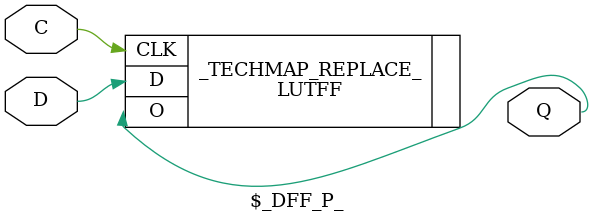
<source format=v>
module \$lut (A, Y);
  parameter WIDTH = 0;
  parameter LUT = 0;

  input [WIDTH-1:0] A;
  output Y;

  generate
    if (WIDTH == 1) begin
      LUT1 #(.INIT(LUT)) _TECHMAP_REPLACE_ (.O(Y), .I0(A[0]));

    end else
    if (WIDTH == 2) begin
      LUT2 #(.INIT(LUT)) _TECHMAP_REPLACE_ (.O(Y), .I0(A[0]), .I1(A[1]));

    end else
    if (WIDTH == 3) begin
      LUT3 #(.INIT(LUT)) _TECHMAP_REPLACE_ (.O(Y), .I0(A[0]), .I1(A[1]), .I2(A[2]));
    end else
    if (WIDTH == 4) begin
      LUT4 #(.INIT(LUT)) _TECHMAP_REPLACE_ (.O(Y), .I0(A[0]), .I1(A[1]), .I2(A[2]), .I3(A[3]));
    end else
    if (WIDTH == 5) begin
      LUT5 #(.INIT(LUT)) _TECHMAP_REPLACE_ (.O(Y), .I0(A[0]), .I1(A[1]), .I2(A[2]), .I3(A[3]), .I4(A[4]));
    end else
    if (WIDTH == 6) begin
      LUT6 #(.INIT(LUT)) _TECHMAP_REPLACE_ (.O(Y), .I0(A[0]), .I1(A[1]), .I2(A[2]), .I3(A[3]), .I4(A[4]), .I5(A[5]));
    end else begin
      wire _TECHMAP_FAIL_ = 1;
    end
  endgenerate
endmodule

module  \$_DFF_P_ (input D, C, output Q); LUTFF _TECHMAP_REPLACE_ (.D(D), .O(Q), .CLK(C)); endmodule

</source>
